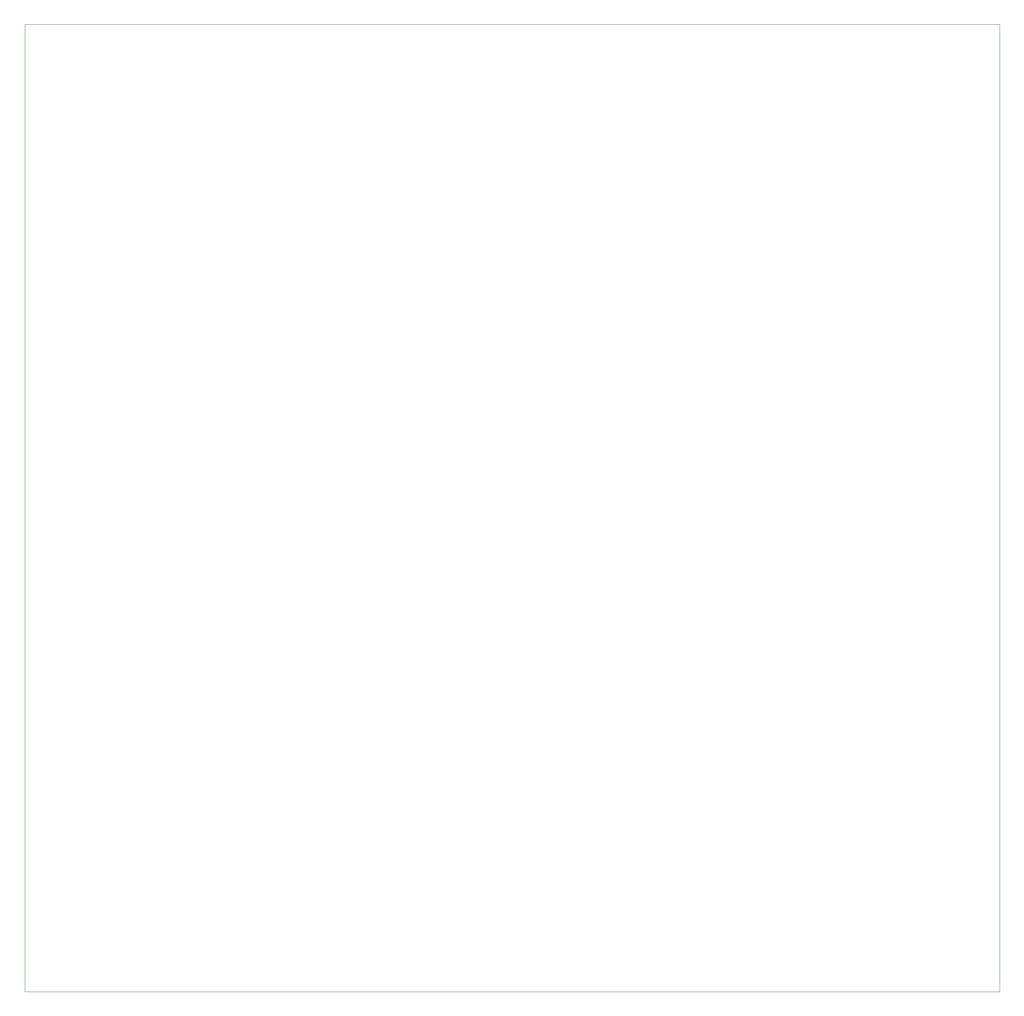
<source format=gbr>
G04 #@! TF.FileFunction,Profile,NP*
%FSLAX46Y46*%
G04 Gerber Fmt 4.6, Leading zero omitted, Abs format (unit mm)*
G04 Created by KiCad (PCBNEW 4.0.4-stable) date 08/02/17 07:21:08*
%MOMM*%
%LPD*%
G01*
G04 APERTURE LIST*
%ADD10C,0.100000*%
G04 APERTURE END LIST*
D10*
X17729200Y-210312000D02*
X17729200Y-15265400D01*
X214172800Y-210312000D02*
X17729200Y-210312000D01*
X214172800Y-15240000D02*
X214172800Y-210312000D01*
X17729200Y-15240000D02*
X214172800Y-15240000D01*
M02*

</source>
